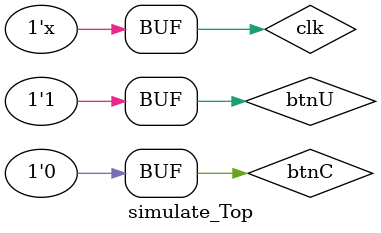
<source format=v>
`timescale 1ns / 1ps


module simulate_Top(

    );
    
    reg clk;
    reg btnU;
    reg btnC;
    
    wire [15:0] led;
    wire dp;
    wire [7:0] anode;
    wire [6:0] cathode;
    
    Top sim_top(clk, btnU, btnC, led, dp, anode, cathode);
    
    initial 
    begin
        clk = 0; btnU = 0; btnC = 0; #50000;
        btnU = 0; btnC = 1; #50000;
        btnU = 1; btnC = 0; #50000;
    
    end
    
    always
    begin
        #5 clk = ~clk;
    end
endmodule

</source>
